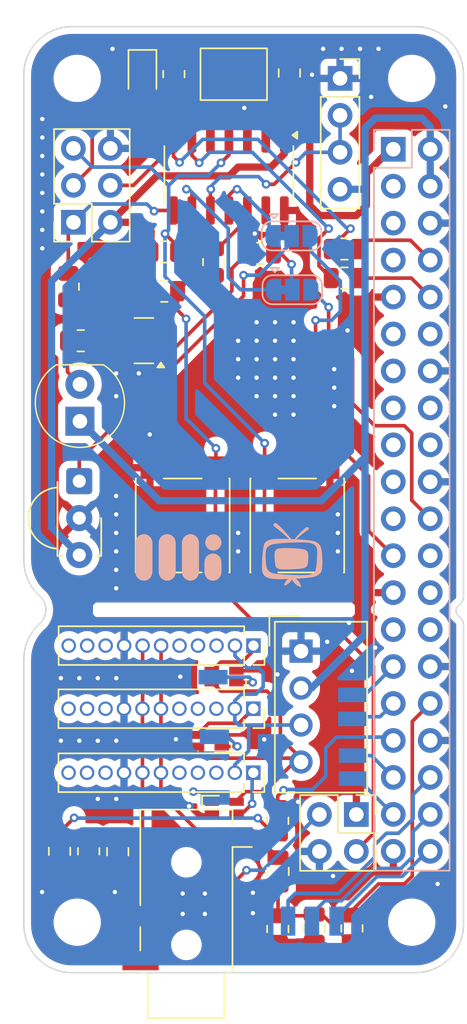
<source format=kicad_pcb>
(kicad_pcb (version 20221018) (generator pcbnew)

  (general
    (thickness 1.6)
  )

  (paper "A4")
  (layers
    (0 "F.Cu" signal)
    (31 "B.Cu" signal)
    (32 "B.Adhes" user "B.Adhesive")
    (33 "F.Adhes" user "F.Adhesive")
    (34 "B.Paste" user)
    (35 "F.Paste" user)
    (36 "B.SilkS" user "B.Silkscreen")
    (37 "F.SilkS" user "F.Silkscreen")
    (38 "B.Mask" user)
    (39 "F.Mask" user)
    (40 "Dwgs.User" user "User.Drawings")
    (41 "Cmts.User" user "User.Comments")
    (42 "Eco1.User" user "User.Eco1")
    (43 "Eco2.User" user "User.Eco2")
    (44 "Edge.Cuts" user)
    (45 "Margin" user)
    (46 "B.CrtYd" user "B.Courtyard")
    (47 "F.CrtYd" user "F.Courtyard")
    (48 "B.Fab" user)
    (49 "F.Fab" user)
    (50 "User.1" user)
    (51 "User.2" user)
    (52 "User.3" user)
    (53 "User.4" user)
    (54 "User.5" user)
    (55 "User.6" user)
    (56 "User.7" user)
    (57 "User.8" user)
    (58 "User.9" user)
  )

  (setup
    (pad_to_mask_clearance 0)
    (pcbplotparams
      (layerselection 0x00010fc_ffffffff)
      (plot_on_all_layers_selection 0x0000000_00000000)
      (disableapertmacros false)
      (usegerberextensions false)
      (usegerberattributes true)
      (usegerberadvancedattributes true)
      (creategerberjobfile true)
      (dashed_line_dash_ratio 12.000000)
      (dashed_line_gap_ratio 3.000000)
      (svgprecision 4)
      (plotframeref false)
      (viasonmask false)
      (mode 1)
      (useauxorigin false)
      (hpglpennumber 1)
      (hpglpenspeed 20)
      (hpglpendiameter 15.000000)
      (dxfpolygonmode true)
      (dxfimperialunits true)
      (dxfusepcbnewfont true)
      (psnegative false)
      (psa4output false)
      (plotreference true)
      (plotvalue true)
      (plotinvisibletext false)
      (sketchpadsonfab false)
      (subtractmaskfromsilk false)
      (outputformat 1)
      (mirror false)
      (drillshape 1)
      (scaleselection 1)
      (outputdirectory "")
    )
  )

  (net 0 "")
  (net 1 "Net-(BZ1--)")
  (net 2 "GNDD")
  (net 3 "Net-(C1-Pad1)")
  (net 4 "Net-(C2-Pad2)")
  (net 5 "+3.3V")
  (net 6 "Net-(Q1-D)")
  (net 7 "Net-(D1-Pad2)")
  (net 8 "R in")
  (net 9 "L in")
  (net 10 "MOSI")
  (net 11 "PRi IR in")
  (net 12 "RPi IR out")
  (net 13 "Net-(D2-Pad1)")
  (net 14 "unconnected-(J13-Pin_3-Pad3)")
  (net 15 "Net-(J14-Pin_1)")
  (net 16 "MISO")
  (net 17 "SCK")
  (net 18 "RST")
  (net 19 "Net-(JP1-A)")
  (net 20 "Net-(JP1-C)")
  (net 21 "Net-(JP2-A)")
  (net 22 "Net-(JP2-C)")
  (net 23 "Net-(Q1-G)")
  (net 24 "Net-(U2-PA1)")
  (net 25 "Net-(U2-XTAL1{slash}PB0)")
  (net 26 "Net-(U2-XTAL2{slash}PB1)")
  (net 27 "unconnected-(U2-AREF{slash}PA0-Pad13)")
  (net 28 "unconnected-(J14-Pin_3-Pad3)")
  (net 29 "+5V")
  (net 30 "Net-(J13-Pin_2)")
  (net 31 "Net-(J1-Pin_1)")
  (net 32 "Net-(J2-Pin_1)")
  (net 33 "Net-(J3-Pin_1)")
  (net 34 "Net-(J4-Pin_2)")
  (net 35 "unconnected-(J5-Pin_3-Pad3)")
  (net 36 "unconnected-(J5-Pin_5-Pad5)")
  (net 37 "unconnected-(J5-Pin_7-Pad7)")
  (net 38 "Net-(J5-Pin_10)")
  (net 39 "unconnected-(J5-Pin_11-Pad11)")
  (net 40 "unconnected-(J5-Pin_12-Pad12)")
  (net 41 "unconnected-(J5-Pin_13-Pad13)")
  (net 42 "unconnected-(J5-Pin_15-Pad15)")
  (net 43 "unconnected-(J5-Pin_16-Pad16)")
  (net 44 "unconnected-(J5-Pin_17-Pad17)")
  (net 45 "unconnected-(J5-Pin_18-Pad18)")
  (net 46 "unconnected-(J5-Pin_19-Pad19)")
  (net 47 "unconnected-(J5-Pin_21-Pad21)")
  (net 48 "unconnected-(J5-Pin_24-Pad24)")
  (net 49 "unconnected-(J5-Pin_26-Pad26)")
  (net 50 "unconnected-(J5-Pin_27-Pad27)")
  (net 51 "unconnected-(J5-Pin_28-Pad28)")
  (net 52 "Net-(J5-Pin_29)")
  (net 53 "Net-(J5-Pin_31)")
  (net 54 "Net-(J5-Pin_32)")
  (net 55 "Net-(J5-Pin_33)")
  (net 56 "Net-(J5-Pin_35)")
  (net 57 "Net-(J5-Pin_37)")
  (net 58 "Net-(J13-Pin_1)")
  (net 59 "Net-(J15-Pin_1)")
  (net 60 "unconnected-(J13-Pin_4-Pad4)")
  (net 61 "unconnected-(J13-Pin_5-Pad5)")
  (net 62 "unconnected-(J13-Pin_9-Pad9)")
  (net 63 "unconnected-(J13-Pin_10-Pad10)")
  (net 64 "unconnected-(J13-Pin_11-Pad11)")
  (net 65 "unconnected-(J15-Pin_3-Pad3)")
  (net 66 "unconnected-(J14-Pin_4-Pad4)")
  (net 67 "unconnected-(J14-Pin_5-Pad5)")
  (net 68 "unconnected-(J14-Pin_9-Pad9)")
  (net 69 "unconnected-(J14-Pin_10-Pad10)")
  (net 70 "unconnected-(J14-Pin_11-Pad11)")
  (net 71 "Net-(J16-Pin_1)")
  (net 72 "unconnected-(J15-Pin_4-Pad4)")
  (net 73 "unconnected-(J15-Pin_5-Pad5)")
  (net 74 "unconnected-(J15-Pin_9-Pad9)")
  (net 75 "unconnected-(J15-Pin_10-Pad10)")
  (net 76 "unconnected-(J15-Pin_11-Pad11)")
  (net 77 "Net-(J10-Pin_3)")
  (net 78 "Net-(J10-Pin_2)")
  (net 79 "Net-(J5-Pin_8)")
  (net 80 "Net-(U2-PA7)")
  (net 81 "Net-(J17-Pin_1)")
  (net 82 "Net-(J18-Pin_1)")
  (net 83 "Net-(U3-+Vout)")

  (footprint "MY:hole" (layer "F.Cu") (at 82.83 104.58))

  (footprint "Connector_PinSocket_1.27mm:PinSocket_1x11_P1.27mm_Vertical" (layer "F.Cu") (at 88.43 107.061 -90))

  (footprint "Connector_PinSocket_1.27mm:PinSocket_1x11_P1.27mm_Vertical" (layer "F.Cu") (at 88.42 115.8 -90))

  (footprint "Resistor_SMD:R_0805_2012Metric" (layer "F.Cu") (at 85.7 80.7 -90))

  (footprint "MY:hole" (layer "F.Cu") (at 93.83 104.58))

  (footprint "Resistor_SMD:R_0805_2012Metric" (layer "F.Cu") (at 90.1 119.1 -90))

  (footprint "MY:hole" (layer "F.Cu") (at 94.83 104.58))

  (footprint "MY:hole" (layer "F.Cu") (at 90.83 104.58))

  (footprint "MY:hole" (layer "F.Cu") (at 91.83 104.58))

  (footprint "digikey-footprints:LED_5mm_Radial" (layer "F.Cu") (at 76.5 89.1 90))

  (footprint "Button_Switch_SMD:SW_Push_1P1T_NO_6x6mm_H9.5mm" (layer "F.Cu") (at 83.566 98.806 -90))

  (footprint "Resistor_SMD:R_0805_2012Metric" (layer "F.Cu") (at 94.6875 79.8 180))

  (footprint "MY:hole" (layer "F.Cu") (at 99.3 104.59))

  (footprint "MY:Oscillator_SMD_GEYER_KX_3.1x3.7mm" (layer "F.Cu") (at 87.076 67.785 90))

  (footprint "Capacitor_SMD:C_0805_2012Metric" (layer "F.Cu") (at 90.12 122.582 90))

  (footprint "MY:hole" (layer "F.Cu") (at 81.83 104.58))

  (footprint "Button_Switch_SMD:SW_Push_1P1T_NO_6x6mm_H9.5mm" (layer "F.Cu") (at 91.44 98.806 90))

  (footprint "Resistor_SMD:R_0805_2012Metric" (layer "F.Cu") (at 82.959 67.7765 90))

  (footprint "Diode_SMD:D_0805_2012Metric" (layer "F.Cu") (at 80.8 67.8 -90))

  (footprint "MY:CONTACT_2" (layer "F.Cu") (at 78.486 82.312 90))

  (footprint "MY:hole" (layer "F.Cu") (at 89.83 104.58))

  (footprint "MY:VSON4" (layer "F.Cu") (at 85.45 113.6 -90))

  (footprint "MY:Jack_3.5mm_Green_exUSBSND" (layer "F.Cu") (at 83.82 124.206 90))

  (footprint "Resistor_SMD:R_0805_2012Metric" (layer "F.Cu") (at 95.2 126.5 90))

  (footprint "MY:hole" (layer "F.Cu") (at 83.83 104.58))

  (footprint "Resistor_SMD:R_0805_2012Metric" (layer "F.Cu") (at 82.3 80))

  (footprint "Capacitor_SMD:C_0805_2012Metric" (layer "F.Cu") (at 90.9 67.7 90))

  (footprint "MY:VSON4" (layer "F.Cu") (at 86.37 118.2 90))

  (footprint "MY:hole" (layer "F.Cu") (at 80.83 104.58))

  (footprint "Capacitor_SMD:C_0805_2012Metric" (layer "F.Cu") (at 75.1 121.2 -90))

  (footprint "MY:hole" (layer "F.Cu") (at 86.83 104.58))

  (footprint "Resistor_SMD:R_0805_2012Metric" (layer "F.Cu") (at 94.6875 81.8 180))

  (footprint "Resistor_SMD:R_0805_2012Metric" (layer "F.Cu") (at 75.7 82.3875 90))

  (footprint "Resistor_SMD:R_0805_2012Metric" (layer "F.Cu") (at 76.5575 86.106))

  (footprint "MY:hole" (layer "F.Cu") (at 96.9 104.59))

  (footprint "Capacitor_SMD:C_0805_2012Metric" (layer "F.Cu") (at 79.1 121.224 -90))

  (footprint "Converter_DCDC:Converter_DCDC_TRACO_TME_03xxS_05xxS_12xxS_Single_THT" (layer "F.Cu") (at 91.7 107.442))

  (footprint "Resistor_SMD:R_0805_2012Metric" (layer "F.Cu") (at 82.3 82.7))

  (footprint "MY:hole" (layer "F.Cu") (at 77.83 104.58))

  (footprint "Connector_PinSocket_2.54mm:PinSocket_2x02_P2.54mm_Vertical" (layer "F.Cu") (at 95.504 118.67))

  (footprint "Resistor_SMD:R_0805_2012Metric" (layer "F.Cu") (at 77.1 121.2 -90))

  (footprint "MY:VSON4" (layer "F.Cu") (at 86.46 109.19 -90))

  (footprint "Connector_PinSocket_1.27mm:PinSocket_1x11_P1.27mm_Vertical" (layer "F.Cu") (at 88.42 111.4 -90))

  (footprint "Resistor_SMD:R_0805_2012Metric" (layer "F.Cu") (at 88.9 80.1 180))

  (footprint "Package_TO_SOT_SMD:SOT-23" (layer "F.Cu") (at 80.9 86.1 180))

  (footprint "MY:hole" (layer "F.Cu") (at 85.83 104.58))

  (footprint "Capacitor_SMD:C_0805_2012Metric" (layer "F.Cu") (at 92.604 126.482 90))

  (footprint "MY:hole" (layer "F.Cu") (at 78.83 104.58))

  (footprint "Package_SO:SOIC-14_3.9x8.7mm_P1.27mm" (layer "F.Cu") (at 86.741 74.676 -90))

  (footprint "MY:hole" (layer "F.Cu") (at 84.83 104.58))

  (footprint "MY:hole" (layer "F.Cu") (at 92.83 104.58))

  (footprint "Connector_PinSocket_2.54mm:PinSocket_2x03_P2.54mm_Vertical" (layer "F.Cu") (at 76.053 77.963 180))

  (footprint "MY:hole" (layer "F.Cu") (at 88.83 104.58))

  (footprint "OptoDevice:Vishay_MINICAST-3Pin" (layer "F.Cu") (at 76.454 95.758 -90))

  (footprint "Connector_PinSocket_2.54mm:PinSocket_1x04_P2.54mm_Vertical" (layer "F.Cu") (at 94.386 68.072))

  (footprint "MY:hole" (layer "F.Cu") (at 79.83 104.58))

  (footprint "Resistor_SMD:R_0805_2012Metric" (layer "F.Cu") (at 90.104 126.5445 90))

  (footprint "MY:CONTACT_1" (layer "B.Cu") (at 95.3 116.3 -90))

  (footprint "MY:CONTACT_1" (layer "B.Cu") (at 85.65 109.13 90))

  (footprint "MY:Raspberry_Pi_Zero" (layer "B.Cu") (at 98.044 72.942 180))

  (footprint "MY:CONTACT_1" (layer "B.Cu") (at 95.25 110.35 90))

  (footprint "MY:CONTACT_1" (layer "B.Cu") (at 92.55 126))

  (footprint "MY:babooshka" (layer "B.Cu") (at 91.1 100.8 180))

  (footprint "Jumper:SolderJumper-3_P1.3mm_Bridged12_RoundedPad1.0x1.5mm" (layer "B.Cu")
    (tstamp 6725f796-8662-493b-b5f3-6466dfbaa71c)
    (at 91.1 82.6)
    (descr "SMD Solder 3-pad Jumper, 1x1.5mm rounded Pads, 0.3mm gap, pads 1-2 bridged with 1 copper strip")
    (tags "net tie solder jumper bridged")
    (property "Sheetfile" "RF_RX.kicad_sch")
    (property "Sheetname" "")
    (property "ki_description" "Jumper, 3-pole, pins 1+2 closed/bridged")
    (property "ki_keywords" "Jumper SPDT")
    (path "/e0c5c21f-246e-4eb2-8ba7-159ad7993709")
    (zone_connect 1)
    (attr exclude_from_pos_files)
    (net_tie_pad_groups "1,2")
    (fp_text reference "JP2" (at 0 1.8) (layer "B.SilkS") hide
        (effects (font (size 1 1) (thickness 0.15)) (justify mirror))
      (tstamp d3ee946e-37ac-4fd9-bbed-05d3f2b10090)
    )
    (fp_text value "IR source" (at 0 -1.9) (layer "B.Fab")
        (effects (font (size 1 1) (thickness 0.15)) (justify mirror))
      (tstamp 76f55bbd-2134-455c-adbf-3ca0a3dcc329)
    )
    (fp_poly
      (pts
        (xy -0.9 0.3)
        (xy -0.4 0.3)
        (xy -0.4 -0.3)
        (xy -0.9 -0.3)
      )

      (stroke (width 0) (type solid)) (fill solid) (layer "B.Cu") (tstamp b0004dc1-3113-40fe-8bd4-c0ed5b69eba7))
    (fp_line (start -2.05 -0.3) (end -2.05 0.3)
      (stroke (width 0.12) (type solid)) (layer "B.SilkS") (tstamp 315552e2-9982-4c05-aca6-66e5604ef4b1))
    (fp_line (start -1.5 -1.5) (end -0.9 -1.5)
      (stroke (width 0.12) (type solid)) (layer "B.SilkS") (tstamp a4397e54-24d2-4368-b5c5-ba3e7289c20c))
    (fp_line (start -1.4 1) (end 1.4 1)
      (stroke (width 0.12) (type solid)) (layer "B.SilkS") (tstamp 065f8502-8b2a-4b4d-9b4d-bb635b5a0c19))
    (fp_line (start -1.2 -1.2) (end -1.5 -1.5)
      (stroke (width 0.12) (type solid)) (layer "B.SilkS") (tstamp 4c66ddf6-5a80-4886-8968-15f121671a2c))
    (fp_line (start -1.2 -1.2) (end -0.9 -1.5)
      (stroke (width 0.12) (type solid)) (layer "B.SilkS") (tstamp d49e2a47-f1a0-4e9c-b157-787d2a9a6bb7))
    (fp_line (start 1.4 -1) (end -1.4 -1)
      (stroke (width 0.12) (type solid)) (layer "B.SilkS") (tstamp 8d8cebec-320d-4d6b-bfa6-2ff848ec3c03))
    (fp_line (start 2.05 0.3) (end 2.05 -0.3)
      (stroke (width 0.12) (type solid)) (layer "B.SilkS") (tstamp faae7df7-dfaa-487d-b0b4-7729586d970e))
    (fp_arc (start -2.05 -0.3) (mid -1.844975 -0.794975) (end -1.35 -1)
      (stroke (width 0.12) (type solid)) (layer "B.SilkS") (tstamp 56c1b9e3-494b-47ac-bb0b-1442330df2e4))
    (fp_arc (start -1.35 1) (mid -1.844975 0.794975) (end -2.05 0.3)
      (stroke (width 0.12) (type solid)) (layer "B.SilkS") (tstamp 452c633c-2491-4e27-a331-762712edd2cf))
    (fp_arc (start 1.35 -1) (mid 1.844975 -0.794975) (end 2.05 -0.3)
      (stroke (width 0.12) (type solid)) (layer "B.SilkS") (tstamp 2cca9724-a906-439d-adc1-a920e917275b))
    (fp_arc (start 2.05 0.3) (mid 1.844975 0.794975) (end 1.35 1)
      (stroke (width 0.12) (type solid)) (layer "B.SilkS") (tstamp dd3b51cb-8aa9-4b8a-8103-8b312f4559d4))
    (fp_line (start -2.3 1.25) (end -2.3 -1.25)
      (stroke (width 0.05) (type solid)) (layer "B.CrtYd") (tstamp dd972d66-fd0c-410c-90cd-29ceb2e2c58a))
    (fp_line (start -2.3 1.25) (end 2.3 1.25)
      (stroke (width 0.05) (type solid)) (layer "B.CrtYd") (tstamp 28b4f96e-cc50-418a-a0f8-476f9f3d13fc))
    (fp_line (sta
... [432254 chars truncated]
</source>
